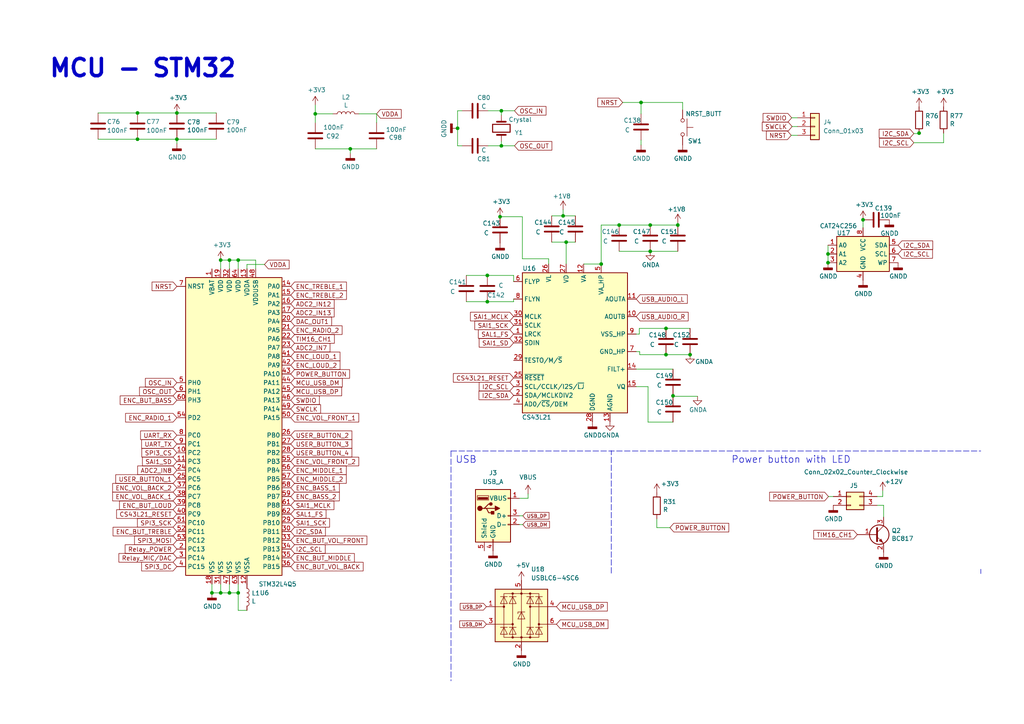
<source format=kicad_sch>
(kicad_sch (version 20211123) (generator eeschema)
  (paper "A4")
  (lib_symbols
    (symbol "Audio:CS43L21"
      (property "Reference" "U" (at 12.7 24.13 0))
      (property "Value" "CS43L21" (at 12.7 21.59 0))
      (symbol "CS43L21_0_1"
        (rectangle (start -15.24 20.32) (end 15.24 -20.32) (stroke (width 0.254)) (fill (type background)))
      )
      (symbol "CS43L21_1_1"
        (pin bidirectional line (at -17.78 2.54 0) (length 2.54) (name "LRCK") (number "1"))
        (pin output line (at 17.78 7.62 180) (length 2.54) (name "AOUTB") (number "10"))
        (pin output line (at 17.78 12.7 180) (length 2.54) (name "AOUTA") (number "11"))
        (pin input line (at 2.54 22.86 270) (length 2.54) (name "VA") (number "12"))
        (pin power_in line (at 10.16 -22.86 90) (length 2.54) (name "AGND") (number "13"))
        (pin output line (at 17.78 -7.62 180) (length 2.54) (name "FILT+") (number "14"))
        (pin output line (at 17.78 -12.7 180) (length 2.54) (name "VQ") (number "15"))
        (pin no_connect line (at -12.7 -20.32 90) (length 2.54) hide (name "NIC") (number "16"))
        (pin no_connect line (at -10.16 -20.32 90) (length 2.54) hide (name "TSTO") (number "17"))
        (pin no_connect line (at -7.62 -20.32 90) (length 2.54) hide (name "TSTO") (number "18"))
        (pin no_connect line (at -5.08 -20.32 90) (length 2.54) hide (name "TSTO") (number "19"))
        (pin bidirectional line (at -17.78 -15.24 0) (length 2.54) (name "SDA/MCLKDIV2") (number "2"))
        (pin no_connect line (at -2.54 -20.32 90) (length 2.54) hide (name "TSTO") (number "20"))
        (pin no_connect line (at 0 -20.32 90) (length 2.54) hide (name "TSTO") (number "21"))
        (pin no_connect line (at 2.54 -20.32 90) (length 2.54) hide (name "TSTO") (number "22"))
        (pin no_connect line (at 7.62 -20.32 90) (length 2.54) hide (name "TSTO") (number "23"))
        (pin no_connect line (at 12.7 -20.32 90) (length 2.54) hide (name "TSTO") (number "24"))
        (pin input line (at -17.78 -10.16 0) (length 2.54) (name "~{RESET}") (number "25"))
        (pin input line (at -7.62 22.86 270) (length 2.54) (name "VL") (number "26"))
        (pin power_in line (at -2.54 22.86 270) (length 2.54) (name "VD") (number "27"))
        (pin power_in line (at 5.08 -22.86 90) (length 2.54) (name "DGND") (number "28"))
        (pin input line (at -17.78 -5.08 0) (length 2.54) (name "TESTO/M/~{S}") (number "29"))
        (pin input line (at -17.78 -12.7 0) (length 2.54) (name "SCL/CCLK/I2S/~{LJ}") (number "3"))
        (pin input line (at -17.78 7.62 0) (length 2.54) (name "MCLK") (number "30"))
        (pin input line (at -17.78 5.08 0) (length 2.54) (name "SCLK") (number "31"))
        (pin input line (at -17.78 0 0) (length 2.54) (name "SDIN") (number "32"))
        (pin passive line (at 10.16 -22.86 90) (length 2.54) hide (name "AGND") (number "33"))
        (pin input line (at -17.78 -17.78 0) (length 2.54) (name "AD0/~{CS}/DEM") (number "4"))
        (pin input line (at 7.62 22.86 270) (length 2.54) (name "VA_HP") (number "5"))
        (pin input line (at -17.78 17.78 0) (length 2.54) (name "FLYP") (number "6"))
        (pin input line (at 17.78 -2.54 180) (length 2.54) (name "GND_HP") (number "7"))
        (pin input line (at -17.78 12.7 0) (length 2.54) (name "FLYN") (number "8"))
        (pin output line (at 17.78 2.54 180) (length 2.54) (name "VSS_HP") (number "9"))
      )
    )
    (symbol "Connector:USB_A" (pin_names (offset 1.016))
      (property "Reference" "J" (at -5.08 11.43 0))
      (property "Value" "USB_A" (at -5.08 8.89 0))
      (symbol "USB_A_0_1"
        (rectangle (start -5.08 -7.62) (end 5.08 7.62) (stroke (width 0.254)) (fill (type background)))
        (circle (center -3.81 2.159) (radius 0.635) (stroke (width 0.254)) (fill (type outline)))
        (rectangle (start -1.524 4.826) (end -4.318 5.334) (fill (type outline)))
        (rectangle (start -1.27 4.572) (end -4.572 5.842))
        (circle (center -0.635 3.429) (radius 0.381) (stroke (width 0.254)) (fill (type outline)))
        (rectangle (start -0.127 -7.62) (end 0.127 -6.858))
        (polyline (pts (xy -3.175 2.159) (xy -2.54 2.159) (xy -1.27 3.429) (xy -0.635 3.429)) (stroke (width 0.254)))
        (polyline (pts (xy -2.54 2.159) (xy -1.905 2.159) (xy -1.27 0.889) (xy 0 0.889)) (stroke (width 0.254)))
        (polyline (pts (xy 0.635 2.794) (xy 0.635 1.524) (xy 1.905 2.159) (xy 0.635 2.794)) (stroke (width 0.254)) (fill (type outline)))
        (rectangle (start 0.254 1.27) (end -0.508 0.508) (stroke (width 0.254)) (fill (type outline)))
        (rectangle (start 5.08 -2.667) (end 4.318 -2.413))
        (rectangle (start 5.08 -0.127) (end 4.318 0.127))
        (rectangle (start 5.08 4.953) (end 4.318 5.207))
      )
      (symbol "USB_A_1_1"
        (polyline (pts (xy -1.905 2.159) (xy 0.635 2.159)) (stroke (width 0.254)))
        (pin power_in line (at 7.62 5.08 180) (length 2.54) (name "VBUS") (number "1"))
        (pin bidirectional line (at 7.62 -2.54 180) (length 2.54) (name "D-") (number "2"))
        (pin bidirectional line (at 7.62 0 180) (length 2.54) (name "D+") (number "3"))
        (pin power_in line (at 0 -10.16 90) (length 2.54) (name "GND") (number "4"))
        (pin passive line (at -2.54 -10.16 90) (length 2.54) (name "Shield") (number "5"))
      )
    )
    (symbol "Connector_Generic:Conn_01x03" (pin_names (offset 1.016) hide)
      (property "Reference" "J" (at 0 5.08 0))
      (property "Value" "Conn_01x03" (at 0 -5.08 0))
      (symbol "Conn_01x03_1_1"
        (rectangle (start -1.27 -2.413) (end 0 -2.667) (stroke (width 0.1524)))
        (rectangle (start -1.27 0.127) (end 0 -0.127) (stroke (width 0.1524)))
        (rectangle (start -1.27 2.667) (end 0 2.413) (stroke (width 0.1524)))
        (rectangle (start -1.27 3.81) (end 1.27 -3.81) (stroke (width 0.254)) (fill (type background)))
        (pin passive line (at -5.08 2.54 0) (length 3.81) (name "Pin_1") (number "1"))
        (pin passive line (at -5.08 0 0) (length 3.81) (name "Pin_2") (number "2"))
        (pin passive line (at -5.08 -2.54 0) (length 3.81) (name "Pin_3") (number "3"))
      )
    )
    (symbol "Connector_Generic:Conn_02x02_Counter_Clockwise" (pin_names (offset 1.016) hide)
      (property "Reference" "J" (at 1.27 2.54 0))
      (property "Value" "Conn_02x02_Counter_Clockwise" (at 1.27 -5.08 0))
      (symbol "Conn_02x02_Counter_Clockwise_1_1"
        (rectangle (start -1.27 -2.413) (end 0 -2.667) (stroke (width 0.1524)))
        (rectangle (start -1.27 0.127) (end 0 -0.127) (stroke (width 0.1524)))
        (rectangle (start -1.27 1.27) (end 3.81 -3.81) (stroke (width 0.254)) (fill (type background)))
        (rectangle (start 3.81 -2.413) (end 2.54 -2.667) (stroke (width 0.1524)))
        (rectangle (start 3.81 0.127) (end 2.54 -0.127) (stroke (width 0.1524)))
        (pin passive line (at -5.08 0 0) (length 3.81) (name "Pin_1") (number "1"))
        (pin passive line (at -5.08 -2.54 0) (length 3.81) (name "Pin_2") (number "2"))
        (pin passive line (at 7.62 -2.54 180) (length 3.81) (name "Pin_3") (number "3"))
        (pin passive line (at 7.62 0 180) (length 3.81) (name "Pin_4") (number "4"))
      )
    )
    (symbol "Device:C" (pin_numbers hide) (pin_names (offset 0.254))
      (property "Reference" "C" (at 0.635 2.54 0))
      (property "Value" "C" (at 0.635 -2.54 0))
      (symbol "C_0_1"
        (polyline (pts (xy -2.032 -0.762) (xy 2.032 -0.762)) (stroke (width 0.508)))
        (polyline (pts (xy -2.032 0.762) (xy 2.032 0.762)) (stroke (width 0.508)))
      )
      (symbol "C_1_1"
        (pin passive line (at 0 3.81 270) (length 2.794) (name "~") (number "1"))
        (pin passive line (at 0 -3.81 90) (length 2.794) (name "~") (number "2"))
      )
    )
    (symbol "Device:Crystal" (pin_numbers hide) (pin_names (offset 1.016) hide)
      (property "Reference" "Y" (at 0 3.81 0))
      (property "Value" "Crystal" (at 0 -3.81 0))
      (symbol "Crystal_0_1"
        (rectangle (start -1.143 2.54) (end 1.143 -2.54) (stroke (width 0.3048)))
        (polyline (pts (xy -2.54 0) (xy -1.905 0)))
        (polyline (pts (xy -1.905 -1.27) (xy -1.905 1.27)) (stroke (width 0.508)))
        (polyline (pts (xy 1.905 -1.27) (xy 1.905 1.27)) (stroke (width 0.508)))
        (polyline (pts (xy 2.54 0) (xy 1.905 0)))
      )
      (symbol "Crystal_1_1"
        (pin passive line (at -3.81 0 0) (length 1.27) (name "1") (number "1"))
        (pin passive line (at 3.81 0 180) (length 1.27) (name "2") (number "2"))
      )
    )
    (symbol "Device:L" (pin_numbers hide) (pin_names (offset 1.016) hide)
      (property "Reference" "L" (at -1.27 0 90))
      (property "Value" "L" (at 1.905 0 90))
      (symbol "L_0_1"
        (arc (start 0 -2.54) (mid 0.635 -1.905) (end 0 -1.27))
        (arc (start 0 -1.27) (mid 0.635 -0.635) (end 0 0))
        (arc (start 0 0) (mid 0.635 0.635) (end 0 1.27))
        (arc (start 0 1.27) (mid 0.635 1.905) (end 0 2.54))
      )
      (symbol "L_1_1"
        (pin passive line (at 0 3.81 270) (length 1.27) (name "1") (number "1"))
        (pin passive line (at 0 -3.81 90) (length 1.27) (name "2") (number "2"))
      )
    )
    (symbol "Device:R" (pin_numbers hide) (pin_names (offset 0))
      (property "Reference" "R" (at 2.032 0 90))
      (property "Value" "R" (at 0 0 90))
      (symbol "R_0_1"
        (rectangle (start -1.016 -2.54) (end 1.016 2.54) (stroke (width 0.254)))
      )
      (symbol "R_1_1"
        (pin passive line (at 0 3.81 270) (length 1.27) (name "~") (number "1"))
        (pin passive line (at 0 -3.81 90) (length 1.27) (name "~") (number "2"))
      )
    )
    (symbol "Electronic_stethoscope-cache:+3.3V" (power) (pin_names (offset 0))
      (property "Value" "Electronic_stethoscope-cache_+3.3V" (at 0 3.556 0))
      (symbol "+3.3V_0_1"
        (polyline (pts (xy -0.762 1.27) (xy 0 2.54)))
        (polyline (pts (xy 0 0) (xy 0 2.54)))
        (polyline (pts (xy 0 2.54) (xy 0.762 1.27)))
      )
      (symbol "+3.3V_1_1"
        (pin power_in line (at 0 0 90) (length 0) hide (name "+3V3") (number "1"))
      )
    )
    (symbol "Electronic_stethoscope-cache:Transistor_BJT_BC817" (pin_names (offset 0) hide)
      (property "Reference" "Q" (at 5.08 1.905 0))
      (property "Value" "Electronic_stethoscope-cache_Transistor_BJT_BC817" (at 5.08 0 0))
      (symbol "Transistor_BJT_BC817_0_1"
        (polyline (pts (xy 0.635 0.635) (xy 2.54 2.54)))
        (polyline (pts (xy 0.635 -0.635) (xy 2.54 -2.54) (xy 2.54 -2.54)))
        (polyline (pts (xy 0.635 1.905) (xy 0.635 -1.905) (xy 0.635 -1.905)) (stroke (width 0.508)))
        (polyline (pts (xy 1.27 -1.778) (xy 1.778 -1.27) (xy 2.286 -2.286) (xy 1.27 -1.778) (xy 1.27 -1.778)) (fill (type outline)))
        (circle (center 1.27 0) (radius 2.8194) (stroke (width 0.254)))
      )
      (symbol "Transistor_BJT_BC817_1_1"
        (pin input line (at -5.08 0 0) (length 5.715) (name "B") (number "1"))
        (pin passive line (at 2.54 -5.08 90) (length 2.54) (name "E") (number "2"))
        (pin passive line (at 2.54 5.08 270) (length 2.54) (name "C") (number "3"))
      )
    )
    (symbol "MCU_ST_STM32L4:STM32L4A6RGTx"
      (property "Reference" "U" (at -15.24 44.45 0))
      (property "Value" "STM32L4A6RGTx" (at 7.62 44.45 0))
      (symbol "STM32L4A6RGTx_0_1"
        (rectangle (start -15.24 -43.18) (end 12.7 43.18) (stroke (width 0.254)) (fill (type background)))
      )
      (symbol "STM32L4A6RGTx_1_1"
        (pin power_in line (at -7.62 45.72 270) (length 2.54) (name "VBAT") (number "1"))
        (pin bidirectional line (at -17.78 -7.62 0) (length 2.54) (name "PC2") (number "10"))
        (pin bidirectional line (at -17.78 -10.16 0) (length 2.54) (name "PC3") (number "11"))
        (pin power_in line (at 2.54 -45.72 90) (length 2.54) (name "VSSA") (number "12"))
        (pin power_in line (at 2.54 45.72 270) (length 2.54) (name "VDDA") (number "13"))
        (pin bidirectional line (at 15.24 40.64 180) (length 2.54) (name "PA0") (number "14"))
        (pin bidirectional line (at 15.24 38.1 180) (length 2.54) (name "PA1") (number "15"))
        (pin bidirectional line (at 15.24 35.56 180) (length 2.54) (name "PA2") (number "16"))
        (pin bidirectional line (at 15.24 33.02 180) (length 2.54) (name "PA3") (number "17"))
        (pin power_in line (at -7.62 -45.72 90) (length 2.54) (name "VSS") (number "18"))
        (pin power_in line (at -5.08 45.72 270) (length 2.54) (name "VDD") (number "19"))
        (pin bidirectional line (at -17.78 -35.56 0) (length 2.54) (name "PC13") (number "2"))
        (pin bidirectional line (at 15.24 30.48 180) (length 2.54) (name "PA4") (number "20"))
        (pin bidirectional line (at 15.24 27.94 180) (length 2.54) (name "PA5") (number "21"))
        (pin bidirectional line (at 15.24 25.4 180) (length 2.54) (name "PA6") (number "22"))
        (pin bidirectional line (at 15.24 22.86 180) (length 2.54) (name "PA7") (number "23"))
        (pin bidirectional line (at -17.78 -12.7 0) (length 2.54) (name "PC4") (number "24"))
        (pin bidirectional line (at -17.78 -15.24 0) (length 2.54) (name "PC5") (number "25"))
        (pin bidirectional line (at 15.24 -2.54 180) (length 2.54) (name "PB0") (number "26"))
        (pin bidirectional line (at 15.24 -5.08 180) (length 2.54) (name "PB1") (number "27"))
        (pin bidirectional line (at 15.24 -7.62 180) (length 2.54) (name "PB2") (number "28"))
        (pin bidirectional line (at 15.24 -27.94 180) (length 2.54) (name "PB10") (number "29"))
        (pin bidirectional line (at -17.78 -38.1 0) (length 2.54) (name "PC14") (number "3"))
        (pin bidirectional line (at 15.24 -30.48 180) (length 2.54) (name "PB11") (number "30"))
        (pin power_in line (at -5.08 -45.72 90) (length 2.54) (name "VSS") (number "31"))
        (pin power_in line (at -2.54 45.72 270) (length 2.54) (name "VDD") (number "32"))
        (pin bidirectional line (at 15.24 -33.02 180) (length 2.54) (name "PB12") (number "33"))
        (pin bidirectional line (at 15.24 -35.56 180) (length 2.54) (name "PB13") (number "34"))
        (pin bidirectional line (at 15.24 -38.1 180) (length 2.54) (name "PB14") (number "35"))
        (pin bidirectional line (at 15.24 -40.64 180) (length 2.54) (name "PB15") (number "36"))
        (pin bidirectional line (at -17.78 -17.78 0) (length 2.54) (name "PC6") (number "37"))
        (pin bidirectional line (at -17.78 -20.32 0) (length 2.54) (name "PC7") (number "38"))
        (pin bidirectional line (at -17.78 -22.86 0) (length 2.54) (name "PC8") (number "39"))
        (pin bidirectional line (at -17.78 -40.64 0) (length 2.54) (name "PC15") (number "4"))
        (pin bidirectional line (at -17.78 -25.4 0) (length 2.54) (name "PC9") (number "40"))
        (pin bidirectional line (at 15.24 20.32 180) (length 2.54) (name "PA8") (number "41"))
        (pin bidirectional line (at 15.24 17.78 180) (length 2.54) (name "PA9") (number "42"))
        (pin bidirectional line (at 15.24 15.24 180) (length 2.54) (name "PA10") (number "43"))
        (pin bidirectional line (at 15.24 12.7 180) (length 2.54) (name "PA11") (number "44"))
        (pin bidirectional line (at 15.24 10.16 180) (length 2.54) (name "PA12") (number "45"))
        (pin bidirectional line (at 15.24 7.62 180) (length 2.54) (name "PA13") (number "46"))
        (pin power_in line (at -2.54 -45.72 90) (length 2.54) (name "VSS") (number "47"))
        (pin power_in line (at 5.08 45.72 270) (length 2.54) (name "VDDUSB") (number "48"))
        (pin bidirectional line (at 15.24 5.08 180) (length 2.54) (name "PA14") (number "49"))
        (pin input line (at -17.78 12.7 0) (length 2.54) (name "PH0") (number "5"))
        (pin bidirectional line (at 15.24 2.54 180) (length 2.54) (name "PA15") (number "50"))
        (pin bidirectional line (at -17.78 -27.94 0) (length 2.54) (name "PC10") (number "51"))
        (pin bidirectional line (at -17.78 -30.48 0) (length 2.54) (name "PC11") (number "52"))
        (pin bidirectional line (at -17.78 -33.02 0) (length 2.54) (name "PC12") (number "53"))
        (pin bidirectional line (at -17.78 2.54 0) (length 2.54) (name "PD2") (number "54"))
        (pin bidirectional line (at 15.24 -10.16 180) (length 2.54) (name "PB3") (number "55"))
        (pin bidirectional line (at 15.24 -12.7 180) (length 2.54) (name "PB4") (number "56"))
        (pin bidirectional line (at 15.24 -15.24 180) (length 2.54) (name "PB5") (number "57"))
        (pin bidirectional line (at 15.24 -17.78 180) (length 2.54) (name "PB6") (number "58"))
        (pin bidirectional line (at 15.24 -20.32 180) (length 2.54) (name "PB7") (number "59"))
        (pin input line (at -17.78 10.16 0) (length 2.54) (name "PH1") (number "6"))
        (pin bidirectional line (at -17.78 7.62 0) (length 2.54) (name "PH3") (number "60"))
        (pin bidirectional line (at 15.24 -22.86 180) (length 2.54) (name "PB8") (number "61"))
        (pin bidirectional line (at 15.24 -25.4 180) (length 2.54) (name "PB9") (number "62"))
        (pin power_in line (at 0 -45.72 90) (length 2.54) (name "VSS") (number "63"))
        (pin power_in line (at 0 45.72 270) (length 2.54) (name "VDD") (number "64"))
        (pin input line (at -17.78 40.64 0) (length 2.54) (name "NRST") (number "7"))
        (pin bidirectional line (at -17.78 -2.54 0) (length 2.54) (name "PC0") (number "8"))
        (pin bidirectional line (at -17.78 -5.08 0) (length 2.54) (name "PC1") (number "9"))
      )
    )
    (symbol "Memory_EEPROM:CAT24C256"
      (property "Reference" "U" (at -6.35 6.35 0))
      (property "Value" "CAT24C256" (at 1.27 6.35 0))
      (symbol "CAT24C256_1_1"
        (rectangle (start -7.62 5.08) (end 7.62 -5.08) (stroke (width 0.254)) (fill (type background)))
        (pin input line (at -10.16 2.54 0) (length 2.54) (name "A0") (number "1"))
        (pin input line (at -10.16 0 0) (length 2.54) (name "A1") (number "2"))
        (pin input line (at -10.16 -2.54 0) (length 2.54) (name "A2") (number "3"))
        (pin power_in line (at 0 -7.62 90) (length 2.54) (name "GND") (number "4"))
        (pin bidirectional line (at 10.16 2.54 180) (length 2.54) (name "SDA") (number "5"))
        (pin input line (at 10.16 0 180) (length 2.54) (name "SCL") (number "6"))
        (pin input line (at 10.16 -2.54 180) (length 2.54) (name "WP") (number "7"))
        (pin power_in line (at 0 7.62 270) (length 2.54) (name "VCC") (number "8"))
      )
    )
    (symbol "Power_Protection:USBLC6-4SC6" (pin_names hide)
      (property "Reference" "U" (at 2.54 8.89 0))
      (property "Value" "USBLC6-4SC6" (at 2.54 -8.89 0))
      (symbol "USBLC6-4SC6_0_1"
        (rectangle (start -7.62 -7.62) (end 7.62 7.62) (stroke (width 0.254)) (fill (type background)))
        (circle (center -5.08 2.54) (radius 0.254) (fill (type outline)))
        (circle (center -2.54 -6.35) (radius 0.254) (fill (type outline)))
        (circle (center -2.54 -2.54) (radius 0.254) (fill (type outline)))
        (circle (center -2.54 6.35) (radius 0.254) (fill (type outline)))
        (rectangle (start -2.54 6.35) (end 2.54 -6.35))
        (circle (center 0 -6.35) (radius 0.254) (fill (type outline)))
        (polyline (pts (xy -5.08 2.54) (xy -7.62 2.54)))
        (polyline (pts (xy -4.064 -3.429) (xy -6.096 -3.429)))
        (polyline (pts (xy -4.064 5.461) (xy -6.096 5.461)))
        (polyline (pts (xy -2.54 -2.54) (xy -7.62 -2.54)))
        (polyline (pts (xy -1.524 -3.429) (xy -3.556 -3.429)))
        (polyline (pts (xy -1.524 5.461) (xy -3.556 5.461)))
        (polyline (pts (xy 0 -7.62) (xy 0 -6.35)))
        (polyline (pts (xy 0 -6.35) (xy 0 1.27)))
        (polyline (pts (xy 0 1.27) (xy 0 6.35)))
        (polyline (pts (xy 0 6.35) (xy 0 7.62)))
        (polyline (pts (xy 1.524 -3.429) (xy 3.556 -3.429)))
        (polyline (pts (xy 1.524 5.461) (xy 3.556 5.461)))
        (polyline (pts (xy 2.54 2.54) (xy 7.62 2.54)))
        (polyline (pts (xy 4.064 -3.429) (xy 6.096 -3.429)))
        (polyline (pts (xy 4.064 5.461) (xy 6.096 5.461)))
        (polyline (pts (xy 5.08 -2.54) (xy 7.62 -2.54)))
        (polyline (pts (xy -6.096 -5.461) (xy -4.064 -5.461) (xy -5.08 -3.429) (xy -6.096 -5.461)))
        (polyline (pts (xy -6.096 3.429) (xy -4.064 3.429) (xy -5.08 5.461) (xy -6.096 3.429)))
        (polyline (pts (xy -3.556 -5.461) (xy -1.524 -5.461) (xy -2.54 -3.429) (xy -3.556 -5.461)))
        (polyline (pts (xy -3.556 3.429) (xy -1.524 3.429) (xy -2.54 5.461) (xy -3.556 3.429)))
        (polyline (pts (xy -2.54 6.35) (xy -5.08 6.35) (xy -5.08 -6.35) (xy -2.54 -6.35)))
        (polyline (pts (xy -1.016 -1.016) (xy 1.016 -1.016) (xy 0 1.016) (xy -1.016 -1.016)))
        (polyline (pts (xy 1.016 1.016) (xy 0.762 1.016) (xy -1.016 1.016) (xy -1.016 0.508)))
        (polyline (pts (xy 2.54 6.35) (xy 5.08 6.35) (xy 5.08 -6.35) (xy 2.54 -6.35)))
        (polyline (pts (xy 3.556 -5.461) (xy 1.524 -5.461) (xy 2.54 -3.429) (xy 3.556 -5.461)))
        (polyline (pts (xy 3.556 3.429) (xy 1.524 3.429) (xy 2.54 5.461) (xy 3.556 3.429)))
        (polyline (pts (xy 6.096 -5.461) (xy 4.064 -5.461) (xy 5.08 -3.429) (xy 6.096 -5.461)))
        (polyline (pts (xy 6.096 3.429) (xy 4.064 3.429) (xy 5.08 5.461) (xy 6.096 3.429)))
        (circle (center 0 6.35) (radius 0.254) (fill (type outline)))
        (circle (center 2.54 -6.35) (radius 0.254) (fill (type outline)))
        (circle (center 2.54 2.54) (radius 0.254) (fill (type outline)))
        (circle (center 2.54 6.35) (radius 0.254) (fill (type outline)))
        (circle (center 5.08 -2.54) (radius 0.254) (fill (type outline)))
      )
      (symbol "USBLC6-4SC6_1_1"
        (pin passive line (at -10.16 2.54 0) (length 2.54) (name "I/O1") (number "1"))
        (pin passive line (at 0 -10.16 90) (length 2.54) (name "GND") (number "2"))
        (pin passive line (at -10.16 -2.54 0) (length 2.54) (name "I/O2") (number "3"))
        (pin passive line (at 10.16 2.54 180) (length 2.54) (name "I/O3") (number "4"))
        (pin passive line (at 0 10.16 270) (length 2.54) (name "VBUS") (number "5"))
        (pin passive line (at 10.16 -2.54 180) (length 2.54) (name "I/O4") (number "6"))
      )
    )
    (symbol "Switch:SW_Push" (pin_numbers hide) (pin_names (offset 1.016) hide)
      (property "Reference" "SW" (at 1.27 2.54 0))
      (property "Value" "SW_Push" (at 0 -1.524 0))
      (symbol "SW_Push_0_1"
        (circle (center -2.032 0) (radius 0.508))
        (polyline (pts (xy 0 1.27) (xy 0 3.048)))
        (polyline (pts (xy 2.54 1.27) (xy -2.54 1.27)))
        (circle (center 2.032 0) (radius 0.508))
        (pin passive line (at -5.08 0 0) (length 2.54) (name "1") (number "1"))
        (pin passive line (at 5.08 0 180) (length 2.54) (name "2") (number "2"))
      )
    )
    (symbol "power:+12V" (power) (pin_names (offset 0))
      (property "Value" "+12V" (at 0 3.556 0))
      (symbol "+12V_0_1"
        (polyline (pts (xy -0.762 1.27) (xy 0 2.54)))
        (polyline (pts (xy 0 0) (xy 0 2.54)))
        (polyline (pts (xy 0 2.54) (xy 0.762 1.27)))
      )
      (symbol "+12V_1_1"
        (pin power_in line (at 0 0 90) (length 0) hide (name "+12V") (number "1"))
      )
    )
    (symbol "power:+1V8" (power) (pin_names (offset 0))
      (property "Value" "+1V8" (at 0 3.556 0))
      (symbol "+1V8_0_1"
        (polyline (pts (xy -0.762 1.27) (xy 0 2.54)))
        (polyline (pts (xy 0 0) (xy 0 2.54)))
        (polyline (pts (xy 0 2.54) (xy 0.762 1.27)))
      )
      (symbol "+1V8_1_1"
        (pin power_in line (at 0 0 90) (length 0) hide (name "+1V8") (number "1"))
      )
    )
    (symbol "power:+5V" (power) (pin_names (offset 0))
      (property "Value" "+5V" (at 0 3.556 0))
      (symbol "+5V_0_1"
        (polyline (pts (xy -0.762 1.27) (xy 0 2.54)))
        (polyline (pts (xy 0 0) (xy 0 2.54)))
        (polyline (pts (xy 0 2.54) (xy 0.762 1.27)))
      )
      (symbol "+5V_1_1"
        (pin power_in line (at 0 0 90) (length 0) hide (name "+5V") (number "1"))
      )
    )
    (symbol "power:GNDA" (power) (pin_names (offset 0))
      (property "Value" "GNDA" (at 0 -3.81 0))
      (symbol "GNDA_0_1"
        (polyline (pts (xy 0 0) (xy 0 -1.27) (xy 1.27 -1.27) (xy 0 -2.54) (xy -1.27 -1.27) (xy 0 -1.27)))
      )
      (symbol "GNDA_1_1"
        (pin power_in line (at 0 0 270) (length 0) hide (name "GNDA") (number "1"))
      )
    )
    (symbol "power:GNDD" (power) (pin_names (offset 0))
      (property "Value" "GNDD" (at 0 -3.175 0))
      (symbol "GNDD_0_1"
        (rectangle (start -1.27 -1.524) (end 1.27 -2.032) (stroke (width 0.254)) (fill (type outline)))
        (polyline (pts (xy 0 0) (xy 0 -1.524)))
      )
      (symbol "GNDD_1_1"
        (pin power_in line (at 0 0 270) (length 0) hide (name "GNDD") (number "1"))
      )
    )
    (symbol "power:VBUS" (power) (pin_names (offset 0))
      (property "Value" "VBUS" (at 0 3.81 0))
      (symbol "VBUS_0_1"
        (polyline (pts (xy -0.762 1.27) (xy 0 2.54)))
        (polyline (pts (xy 0 0) (xy 0 2.54)))
        (polyline (pts (xy 0 2.54) (xy 0.762 1.27)))
      )
      (symbol "VBUS_1_1"
        (pin power_in line (at 0 0 90) (length 0) hide (name "VBUS") (number "1"))
      )
    )
  )
  (junction (at 250.317 63.754))
  (junction (at 266.573 38.608))
  (junction (at 193.167 95.25))
  (junction (at 145.034 62.865))
  (junction (at 163.322 62.611))
  (junction (at 174.371 76.581))
  (junction (at 179.578 65.278))
  (junction (at 185.928 29.718))
  (junction (at 240.157 73.66))
  (junction (at 141.351 87.503))
  (junction (at 69.088 171.958))
  (junction (at 188.595 72.898))
  (junction (at 64.008 75.438))
  (junction (at 195.199 114.808))
  (junction (at 69.088 75.438))
  (junction (at 164.211 70.231))
  (junction (at 66.548 75.438))
  (junction (at 188.595 65.278))
  (junction (at 39.878 32.766))
  (junction (at 145.415 42.291))
  (junction (at 200.152 102.87))
  (junction (at 193.167 102.87))
  (junction (at 66.548 171.958))
  (junction (at 145.415 32.131))
  (junction (at 39.878 40.386))
  (junction (at 101.6 43.18))
  (junction (at 51.308 40.386))
  (junction (at 64.008 171.958))
  (junction (at 132.715 37.211))
  (junction (at 141.351 79.883))
  (junction (at 61.468 171.958))
  (junction (at 91.44 33.02))
  (junction (at 240.157 76.2))
  (junction (at 196.596 65.278))
  (junction (at 51.308 32.766))
  (wire (pts (xy 69.088 171.958) (xy 66.548 171.958)))
  (wire (pts (xy 74.168 77.978) (xy 74.168 75.438)))
  (wire (pts (xy 179.578 72.898) (xy 188.595 72.898)))
  (wire (pts (xy 135.255 79.883) (xy 141.351 79.883)))
  (wire (pts (xy 28.448 32.766) (xy 39.878 32.766)))
  (wire (pts (xy 101.6 43.18) (xy 109.22 43.18)))
  (polyline (pts (xy 177.292 166.243) (xy 177.292 130.683)))
  (wire (pts (xy 109.22 35.56) (xy 109.22 33.02)))
  (wire (pts (xy 240.284 144.018) (xy 241.681 144.018)))
  (wire (pts (xy 145.415 42.291) (xy 149.225 42.291)))
  (wire (pts (xy 145.415 32.131) (xy 149.225 32.131)))
  (wire (pts (xy 148.971 86.741) (xy 148.971 87.503)))
  (wire (pts (xy 229.743 36.703) (xy 231.267 36.703)))
  (wire (pts (xy 66.548 169.418) (xy 66.548 171.958)))
  (wire (pts (xy 196.596 64.643) (xy 196.596 65.278)))
  (wire (pts (xy 159.131 75.057) (xy 159.131 76.581)))
  (wire (pts (xy 179.578 65.278) (xy 188.595 65.278)))
  (wire (pts (xy 160.02 70.231) (xy 164.211 70.231)))
  (wire (pts (xy 145.415 42.291) (xy 145.415 41.021)))
  (wire (pts (xy 101.6 44.45) (xy 101.6 43.18)))
  (wire (pts (xy 69.088 75.438) (xy 74.168 75.438)))
  (wire (pts (xy 193.167 95.25) (xy 200.152 95.25)))
  (wire (pts (xy 164.211 70.231) (xy 164.211 76.581)))
  (wire (pts (xy 185.547 101.981) (xy 185.547 102.87)))
  (wire (pts (xy 188.595 72.898) (xy 196.596 72.898)))
  (wire (pts (xy 64.008 171.958) (xy 61.468 171.958)))
  (wire (pts (xy 179.578 65.278) (xy 174.371 65.278)))
  (wire (pts (xy 132.715 42.291) (xy 132.715 37.211)))
  (wire (pts (xy 229.489 39.243) (xy 231.267 39.243)))
  (wire (pts (xy 174.371 65.278) (xy 174.371 76.581)))
  (wire (pts (xy 69.088 75.438) (xy 66.548 75.438)))
  (wire (pts (xy 187.96 112.141) (xy 187.96 122.428)))
  (wire (pts (xy 256.032 144.018) (xy 256.032 142.367)))
  (wire (pts (xy 132.715 32.131) (xy 133.985 32.131)))
  (wire (pts (xy 273.685 41.402) (xy 273.685 38.608)))
  (wire (pts (xy 91.44 35.56) (xy 91.44 33.02)))
  (wire (pts (xy 185.42 96.901) (xy 185.42 95.25)))
  (wire (pts (xy 141.351 79.883) (xy 148.971 79.883)))
  (wire (pts (xy 76.708 76.708) (xy 71.628 76.708)))
  (wire (pts (xy 39.878 32.766) (xy 51.308 32.766)))
  (wire (pts (xy 197.993 29.718) (xy 197.993 31.877)))
  (wire (pts (xy 256.286 146.558) (xy 256.286 149.987)))
  (wire (pts (xy 185.928 42.037) (xy 185.928 40.64)))
  (wire (pts (xy 188.595 65.278) (xy 196.596 65.278)))
  (wire (pts (xy 169.291 76.581) (xy 174.371 76.581)))
  (polyline (pts (xy 284.48 166.37) (xy 284.48 165.1)))
  (wire (pts (xy 240.157 73.66) (xy 240.157 76.2)))
  (wire (pts (xy 51.308 40.386) (xy 62.738 40.386)))
  (wire (pts (xy 184.531 107.061) (xy 195.199 107.061)))
  (wire (pts (xy 265.049 38.735) (xy 266.573 38.735)))
  (wire (pts (xy 61.468 171.958) (xy 61.468 169.418)))
  (wire (pts (xy 66.548 77.978) (xy 66.548 75.438)))
  (wire (pts (xy 163.322 60.833) (xy 163.322 62.611)))
  (wire (pts (xy 185.42 95.25) (xy 193.167 95.25)))
  (wire (pts (xy 141.605 42.291) (xy 145.415 42.291)))
  (wire (pts (xy 184.531 112.141) (xy 187.96 112.141)))
  (wire (pts (xy 180.594 29.718) (xy 185.928 29.718)))
  (wire (pts (xy 145.415 32.131) (xy 145.415 33.401)))
  (wire (pts (xy 148.971 79.883) (xy 148.971 81.661)))
  (wire (pts (xy 150.622 152.146) (xy 151.638 152.146)))
  (wire (pts (xy 39.878 40.386) (xy 51.308 40.386)))
  (wire (pts (xy 151.511 62.865) (xy 151.511 75.057)))
  (wire (pts (xy 185.928 33.02) (xy 185.928 29.718)))
  (wire (pts (xy 148.971 87.503) (xy 141.351 87.503)))
  (polyline (pts (xy 130.81 130.81) (xy 130.81 197.485)))
  (wire (pts (xy 51.308 32.766) (xy 62.738 32.766)))
  (wire (pts (xy 195.199 114.935) (xy 195.199 114.808)))
  (wire (pts (xy 254.381 144.018) (xy 256.032 144.018)))
  (wire (pts (xy 166.878 62.611) (xy 163.322 62.611)))
  (wire (pts (xy 133.985 42.291) (xy 132.715 42.291)))
  (wire (pts (xy 150.622 144.526) (xy 153.162 144.526)))
  (wire (pts (xy 190.5 153.035) (xy 190.5 150.495)))
  (wire (pts (xy 96.52 33.02) (xy 91.44 33.02)))
  (wire (pts (xy 202.311 114.935) (xy 195.199 114.935)))
  (wire (pts (xy 185.547 102.87) (xy 193.167 102.87)))
  (wire (pts (xy 69.088 177.038) (xy 69.088 171.958)))
  (wire (pts (xy 266.573 38.735) (xy 266.573 38.608)))
  (wire (pts (xy 141.605 32.131) (xy 145.415 32.131)))
  (wire (pts (xy 109.22 33.02) (xy 104.14 33.02)))
  (wire (pts (xy 193.167 102.87) (xy 200.152 102.87)))
  (wire (pts (xy 240.157 71.12) (xy 240.157 73.66)))
  (wire (pts (xy 51.308 41.656) (xy 51.308 40.386)))
  (wire (pts (xy 66.548 75.438) (xy 64.008 75.438)))
  (wire (pts (xy 151.511 75.057) (xy 159.131 75.057)))
  (wire (pts (xy 64.008 75.438) (xy 64.008 77.978)))
  (wire (pts (xy 185.928 29.718) (xy 197.993 29.718)))
  (wire (pts (xy 135.255 87.503) (xy 141.351 87.503)))
  (polyline (pts (xy 130.81 130.81) (xy 284.48 130.81)))
  (wire (pts (xy 69.088 77.978) (xy 69.088 75.438)))
  (wire (pts (xy 164.211 70.231) (xy 166.878 70.231)))
  (wire (pts (xy 145.034 62.865) (xy 151.511 62.865)))
  (wire (pts (xy 184.531 101.981) (xy 185.547 101.981)))
  (wire (pts (xy 195.199 114.808) (xy 195.199 114.681)))
  (wire (pts (xy 250.317 63.754) (xy 250.317 66.04)))
  (wire (pts (xy 229.616 34.163) (xy 231.267 34.163)))
  (wire (pts (xy 64.008 169.418) (xy 64.008 171.958)))
  (wire (pts (xy 91.44 33.02) (xy 91.44 30.48)))
  (wire (pts (xy 91.44 43.18) (xy 101.6 43.18)))
  (wire (pts (xy 150.622 149.606) (xy 151.638 149.606)))
  (wire (pts (xy 265.049 41.402) (xy 273.685 41.402)))
  (wire (pts (xy 69.088 169.418) (xy 69.088 171.958)))
  (wire (pts (xy 153.162 144.526) (xy 153.162 143.256)))
  (wire (pts (xy 71.628 177.038) (xy 69.088 177.038)))
  (wire (pts (xy 187.96 122.428) (xy 195.199 122.428)))
  (wire (pts (xy 28.448 40.386) (xy 39.878 40.386)))
  (wire (pts (xy 160.02 62.611) (xy 163.322 62.611)))
  (wire (pts (xy 132.715 37.211) (xy 132.715 32.131)))
  (wire (pts (xy 254.381 146.558) (xy 256.286 146.558)))
  (wire (pts (xy 194.31 153.035) (xy 190.5 153.035)))
  (wire (pts (xy 71.628 76.708) (xy 71.628 77.978)))
  (wire (pts (xy 184.531 96.901) (xy 185.42 96.901)))
  (wire (pts (xy 66.548 171.958) (xy 64.008 171.958)))
  (text "MCU - STM32\n" (at 13.97 22.86 0) (effects (font (size 5.0038 5.0038) (thickness 1.0008) bold) (justify left bottom)))
  (text "USB" (at 132.08 134.62 0) (effects (font (size 2.0066 2.0066)) (justify left bottom)))
  (text "Power button with LED" (at 212.09 134.62 0) (effects (font (size 2.0066 2.0066)) (justify left bottom)))
  (global_label "SAI1_MCLK" (shape input) (at 148.971 91.821 180) (property "Intersheet References" "${INTERSHEET_REFS}" (effects hide)))
  (global_label "OSC_OUT" (shape input) (at 51.308 113.538 180) (property "Intersheet References" "${INTERSHEET_REFS}" (effects hide)))
  (global_label "ENC_BUT_BASS" (shape input) (at 51.308 116.078 180) (property "Intersheet References" "${INTERSHEET_REFS}" (effects hide)))
  (global_label "POWER_BUTTON" (shape input) (at 240.284 144.018 180) (property "Intersheet References" "${INTERSHEET_REFS}" (effects hide)))
  (global_label "POWER_BUTTON" (shape input) (at 194.31 153.035 0) (property "Intersheet References" "${INTERSHEET_REFS}" (effects hide)))
  (global_label "ENC_BASS_2" (shape input) (at 84.328 144.018 0) (property "Intersheet References" "${INTERSHEET_REFS}" (effects hide)))
  (global_label "MCU_USB_DP" (shape input) (at 84.328 113.538 0) (property "Intersheet References" "${INTERSHEET_REFS}" (effects hide)))
  (global_label "VDDA" (shape input) (at 76.708 76.708 0) (property "Intersheet References" "${INTERSHEET_REFS}" (effects hide)))
  (global_label "POWER_BUTTON" (shape input) (at 84.328 108.458 0) (property "Intersheet References" "${INTERSHEET_REFS}" (effects hide)))
  (global_label "ENC_BUT_TREBLE" (shape input) (at 51.308 154.178 180) (property "Intersheet References" "${INTERSHEET_REFS}" (effects hide)))
  (global_label "SWCLK" (shape input) (at 229.743 36.703 180) (property "Intersheet References" "${INTERSHEET_REFS}" (effects hide)))
  (global_label "I2C_SDA" (shape input) (at 260.477 71.12 0) (property "Intersheet References" "${INTERSHEET_REFS}" (effects hide)))
  (global_label "SPI3_CS" (shape input) (at 51.308 131.318 180) (property "Intersheet References" "${INTERSHEET_REFS}" (effects hide)))
  (global_label "TIM16_CH1" (shape input) (at 84.328 98.298 0) (property "Intersheet References" "${INTERSHEET_REFS}" (effects hide)))
  (global_label "ADC2_IN12" (shape input) (at 84.328 88.138 0) (property "Intersheet References" "${INTERSHEET_REFS}" (effects hide)))
  (global_label "SPI3_DC" (shape input) (at 51.308 164.338 180) (property "Intersheet References" "${INTERSHEET_REFS}" (effects hide)))
  (global_label "ENC_LOUD_1" (shape input) (at 84.328 103.378 0) (property "Intersheet References" "${INTERSHEET_REFS}" (effects hide)))
  (global_label "MCU_USB_DM" (shape input) (at 84.328 110.998 0) (property "Intersheet References" "${INTERSHEET_REFS}" (effects hide)))
  (global_label "USER_BUTTON_4" (shape input) (at 84.328 131.318 0) (property "Intersheet References" "${INTERSHEET_REFS}" (effects hide)))
  (global_label "ENC_RADIO_2" (shape input) (at 84.328 95.758 0) (property "Intersheet References" "${INTERSHEET_REFS}" (effects hide)))
  (global_label "SAI1_SD" (shape input) (at 51.308 133.858 180) (property "Intersheet References" "${INTERSHEET_REFS}" (effects hide)))
  (global_label "ENC_VOL_BACK_2" (shape input) (at 51.308 141.478 180) (property "Intersheet References" "${INTERSHEET_REFS}" (effects hide)))
  (global_label "I2C_SCL" (shape input) (at 148.971 112.141 180) (property "Intersheet References" "${INTERSHEET_REFS}" (effects hide)))
  (global_label "ENC_VOL_FRONT_1" (shape input) (at 84.328 121.158 0) (property "Intersheet References" "${INTERSHEET_REFS}" (effects hide)))
  (global_label "I2C_SCL" (shape input) (at 260.477 73.66 0) (property "Intersheet References" "${INTERSHEET_REFS}" (effects hide)))
  (global_label "ENC_BUT_LOUD" (shape input) (at 51.308 146.558 180) (property "Intersheet References" "${INTERSHEET_REFS}" (effects hide)))
  (global_label "ENC_RADIO_1" (shape input) (at 51.308 121.158 180) (property "Intersheet References" "${INTERSHEET_REFS}" (effects hide)))
  (global_label "MCU_USB_DM" (shape input) (at 161.3916 181.0512 0) (property "Intersheet References" "${INTERSHEET_REFS}" (effects hide)))
  (global_label "USB_DM" (shape input) (at 141.0716 181.0512 180) (effects (font (size 0.9906 0.9906))) (property "Intersheet References" "${INTERSHEET_REFS}" (effects hide)))
  (global_label "ENC_TREBLE_2" (shape input) (at 84.328 85.598 0) (property "Intersheet References" "${INTERSHEET_REFS}" (effects hide)))
  (global_label "NRST" (shape input) (at 180.594 29.718 180) (property "Intersheet References" "${INTERSHEET_REFS}" (effects hide)))
  (global_label "ADC2_IN13" (shape input) (at 84.328 90.678 0) (property "Intersheet References" "${INTERSHEET_REFS}" (effects hide)))
  (global_label "ENC_VOL_BACK_1" (shape input) (at 51.308 144.018 180) (property "Intersheet References" "${INTERSHEET_REFS}" (effects hide)))
  (global_label "USER_BUTTON_3" (shape input) (at 84.328 128.778 0) (property "Intersheet References" "${INTERSHEET_REFS}" (effects hide)))
  (global_label "ENC_VOL_FRONT_2" (shape input) (at 84.328 133.858 0) (property "Intersheet References" "${INTERSHEET_REFS}" (effects hide)))
  (global_label "MCU_USB_DP" (shape input) (at 161.3916 175.9712 0) (property "Intersheet References" "${INTERSHEET_REFS}" (effects hide)))
  (global_label "SWDIO" (shape input) (at 229.616 34.163 180) (property "Intersheet References" "${INTERSHEET_REFS}" (effects hide)))
  (global_label "I2C_SDA" (shape input) (at 265.049 38.735 180) (property "Intersheet References" "${INTERSHEET_REFS}" (effects hide)))
  (global_label "SAI1_SCK" (shape input) (at 148.971 94.361 180) (property "Intersheet References" "${INTERSHEET_REFS}" (effects hide)))
  (global_label "I2C_SCL" (shape input) (at 84.328 159.258 0) (property "Intersheet References" "${INTERSHEET_REFS}" (effects hide)))
  (global_label "USER_BUTTON_2" (shape input) (at 84.328 126.238 0) (property "Intersheet References" "${INTERSHEET_REFS}" (effects hide)))
  (global_label "Relay_POWER" (shape input) (at 51.308 159.258 180) (property "Intersheet References" "${INTERSHEET_REFS}" (effects hide)))
  (global_label "CS43L21_RESET" (shape input) (at 51.308 149.098 180) (property "Intersheet References" "${INTERSHEET_REFS}" (effects hide)))
  (global_label "SAI1_MCLK" (shape input) (at 84.328 146.558 0) (property "Intersheet References" "${INTERSHEET_REFS}" (effects hide)))
  (global_label "NRST" (shape input) (at 51.308 83.058 180) (property "Intersheet References" "${INTERSHEET_REFS}" (effects hide)))
  (global_label "USB_AUDIO_R" (shape input) (at 184.531 91.821 0) (property "Intersheet References" "${INTERSHEET_REFS}" (effects hide)))
  (global_label "USB_DM" (shape input) (at 151.638 152.146 0) (effects (font (size 0.9906 0.9906))) (property "Intersheet References" "${INTERSHEET_REFS}" (effects hide)))
  (global_label "USER_BUTTON_1" (shape input) (at 51.308 138.938 180) (property "Intersheet References" "${INTERSHEET_REFS}" (effects hide)))
  (global_label "SAL1_FS" (shape input) (at 148.971 96.901 180) (property "Intersheet References" "${INTERSHEET_REFS}" (effects hide)))
  (global_label "I2C_SDA" (shape input) (at 84.328 154.178 0) (property "Intersheet References" "${INTERSHEET_REFS}" (effects hide)))
  (global_label "ADC2_IN7" (shape input) (at 84.328 100.838 0) (property "Intersheet References" "${INTERSHEET_REFS}" (effects hide)))
  (global_label "ADC2_IN8" (shape input) (at 51.308 136.398 180) (property "Intersheet References" "${INTERSHEET_REFS}" (effects hide)))
  (global_label "USB_AUDIO_L" (shape input) (at 184.531 86.741 0) (property "Intersheet References" "${INTERSHEET_REFS}" (effects hide)))
  (global_label "SAI1_SD" (shape input) (at 148.971 99.441 180) (property "Intersheet References" "${INTERSHEET_REFS}" (effects hide)))
  (global_label "SAI1_SCK" (shape input) (at 84.328 151.638 0) (property "Intersheet References" "${INTERSHEET_REFS}" (effects hide)))
  (global_label "NRST" (shape input) (at 229.489 39.243 180) (property "Intersheet References" "${INTERSHEET_REFS}" (effects hide)))
  (global_label "USB_DP" (shape input) (at 151.638 149.606 0) (effects (font (size 0.9906 0.9906))) (property "Intersheet References" "${INTERSHEET_REFS}" (effects hide)))
  (global_label "TIM16_CH1" (shape input) (at 248.666 155.067 180) (property "Intersheet References" "${INTERSHEET_REFS}" (effects hide)))
  (global_label "OSC_IN" (shape input) (at 149.225 32.131 0) (property "Intersheet References" "${INTERSHEET_REFS}" (effects hide)))
  (global_label "UART_TX" (shape input) (at 51.308 128.778 180) (property "Intersheet References" "${INTERSHEET_REFS}" (effects hide)))
  (global_label "ENC_LOUD_2" (shape input) (at 84.328 105.918 0) (property "Intersheet References" "${INTERSHEET_REFS}" (effects hide)))
  (global_label "ENC_BUT_VOL_BACK" (shape input) (at 84.328 164.338 0) (property "Intersheet References" "${INTERSHEET_REFS}" (effects hide)))
  (global_label "SAL1_FS" (shape input) (at 84.328 149.098 0) (property "Intersheet References" "${INTERSHEET_REFS}" (effects hide)))
  (global_label "SPI3_MOSI" (shape input) (at 51.308 156.718 180) (property "Intersheet References" "${INTERSHEET_REFS}" (effects hide)))
  (global_label "SWCLK" (shape input) (at 84.328 118.618 0) (property "Intersheet References" "${INTERSHEET_REFS}" (effects hide)))
  (global_label "OSC_OUT" (shape input) (at 149.225 42.291 0) (property "Intersheet References" "${INTERSHEET_REFS}" (effects hide)))
  (global_label "ENC_MIDDLE_1" (shape input) (at 84.328 136.398 0) (property "Intersheet References" "${INTERSHEET_REFS}" (effects hide)))
  (global_label "ENC_BUT_VOL_FRONT" (shape input) (at 84.328 156.718 0) (property "Intersheet References" "${INTERSHEET_REFS}" (effects hide)))
  (global_label "USB_DP" (shape input) (at 141.0716 175.9712 180) (effects (font (size 0.9906 0.9906))) (property "Intersheet References" "${INTERSHEET_REFS}" (effects hide)))
  (global_label "VDDA" (shape input) (at 109.22 33.02 0) (property "Intersheet References" "${INTERSHEET_REFS}" (effects hide)))
  (global_label "SWDIO" (shape input) (at 84.328 116.078 0) (property "Intersheet References" "${INTERSHEET_REFS}" (effects hide)))
  (global_label "I2C_SCL" (shape input) (at 265.049 41.402 180) (property "Intersheet References" "${INTERSHEET_REFS}" (effects hide)))
  (global_label "ENC_BASS_1" (shape input) (at 84.328 141.478 0) (property "Intersheet References" "${INTERSHEET_REFS}" (effects hide)))
  (global_label "ENC_MIDDLE_2" (shape input) (at 84.328 138.938 0) (property "Intersheet References" "${INTERSHEET_REFS}" (effects hide)))
  (global_label "DAC_OUT1" (shape input) (at 84.328 93.218 0) (property "Intersheet References" "${INTERSHEET_REFS}" (effects hide)))
  (global_label "ENC_BUT_MIDDLE" (shape input) (at 84.328 161.798 0) (property "Intersheet References" "${INTERSHEET_REFS}" (effects hide)))
  (global_label "Relay_MIC{slash}DAC" (shape input) (at 51.308 161.798 180) (property "Intersheet References" "${INTERSHEET_REFS}" (effects hide)))
  (global_label "I2C_SDA" (shape input) (at 148.971 114.681 180) (property "Intersheet References" "${INTERSHEET_REFS}" (effects hide)))
  (global_label "CS43L21_RESET" (shape input) (at 148.971 109.601 180) (property "Intersheet References" "${INTERSHEET_REFS}" (effects hide)))
  (global_label "UART_RX" (shape input) (at 51.308 126.238 180) (property "Intersheet References" "${INTERSHEET_REFS}" (effects hide)))
  (global_label "SPI3_SCK" (shape input) (at 51.308 151.638 180) (property "Intersheet References" "${INTERSHEET_REFS}" (effects hide)))
  (global_label "OSC_IN" (shape input) (at 51.308 110.998 180) (property "Intersheet References" "${INTERSHEET_REFS}" (effects hide)))
  (global_label "ENC_TREBLE_1" (shape input) (at 84.328 83.058 0) (property "Intersheet References" "${INTERSHEET_REFS}" (effects hide)))
  (symbol (lib_id "MCU_ST_STM32L4:STM32L4A6RGTx") (at 69.088 123.698 0) (unit 1)
    (property "Reference" "U6" (at 76.708 171.958 0))
    (property "Value" "STM32L4Q5" (at 80.518 169.418 0))
    (property "Footprint" "Package_QFP:LQFP-64_10x10mm_P0.5mm" (effects hide))
    (property "Datasheet" "http://www.st.com/st-web-ui/static/active/en/resource/technical/document/datasheet/DM00284207.pdf" (effects hide))
  )
  (symbol (lib_id "Device:C") (at 28.448 36.576 0) (unit 1)
    (property "Reference" "C76" (at 30.988 35.306 0) (effects (justify left)))
    (property "Value" "100nF" (at 30.988 37.846 0) (effects (justify left)))
    (property "Footprint" "Capacitor_SMD:C_0805_2012Metric" (effects hide))
  )
  (symbol (lib_id "Device:C") (at 39.878 36.576 0) (unit 1)
    (property "Reference" "C77" (at 42.418 35.306 0) (effects (justify left)))
    (property "Value" "100nF" (at 42.418 37.846 0) (effects (justify left)))
    (property "Footprint" "Capacitor_SMD:C_0805_2012Metric" (effects hide))
  )
  (symbol (lib_id "Device:C") (at 51.308 36.576 0) (unit 1)
    (property "Reference" "C78" (at 54.229 35.4076 0) (effects (justify left)))
    (property "Value" "100nF" (at 54.229 37.719 0) (effects (justify left)))
    (property "Footprint" "Capacitor_SMD:C_0805_2012Metric" (effects hide))
  )
  (symbol (lib_id "Device:C") (at 62.738 36.576 0) (unit 1)
    (property "Reference" "C79" (at 65.659 35.4076 0) (effects (justify left)))
    (property "Value" "100nF" (at 65.659 37.719 0) (effects (justify left)))
    (property "Footprint" "Capacitor_SMD:C_0805_2012Metric" (effects hide))
  )
  (symbol (lib_id "Electronic_stethoscope-cache:+3.3V") (at 51.308 32.766 0) (unit 1)
    (property "Reference" "#PWR014" (effects hide))
    (property "Value" "+3.3V" (at 51.689 28.3718 0))
  )
  (symbol (lib_id "power:GNDD") (at 51.308 41.656 0) (unit 1)
    (property "Reference" "#PWR015" (effects hide))
    (property "Value" "GNDD" (at 51.4096 45.593 0))
  )
  (symbol (lib_id "Device:C") (at 91.44 39.37 180) (unit 1)
    (property "Reference" "C92" (at 96.52 39.497 0))
    (property "Value" "100nF" (at 96.774 36.957 0))
    (property "Footprint" "Capacitor_SMD:C_0805_2012Metric" (effects hide))
  )
  (symbol (lib_id "Device:C") (at 109.22 39.37 180) (unit 1)
    (property "Reference" "C98" (at 114.681 39.878 0))
    (property "Value" "100nF" (at 114.935 37.592 0))
    (property "Footprint" "Capacitor_SMD:C_0805_2012Metric" (effects hide))
  )
  (symbol (lib_id "Electronic_stethoscope-cache:+3.3V") (at 91.44 30.48 0) (unit 1)
    (property "Reference" "#PWR030" (effects hide))
    (property "Value" "+3.3V" (at 91.821 26.0858 0))
  )
  (symbol (lib_id "power:GNDD") (at 101.6 44.45 0) (unit 1)
    (property "Reference" "#PWR033" (effects hide))
    (property "Value" "GNDD" (at 101.7016 48.387 0))
  )
  (symbol (lib_id "Device:L") (at 100.33 33.02 90) (unit 1)
    (property "Reference" "L2" (at 100.33 28.194 90))
    (property "Value" "L" (at 100.33 30.5054 90))
    (property "Footprint" "Inductor_SMD:L_0805_2012Metric" (effects hide))
  )
  (symbol (lib_id "Device:L") (at 71.628 173.228 0) (unit 1)
    (property "Reference" "L1" (at 72.9742 172.0596 0) (effects (justify left)))
    (property "Value" "L" (at 72.9742 174.371 0) (effects (justify left)))
    (property "Footprint" "Inductor_SMD:L_0805_2012Metric" (effects hide))
  )
  (symbol (lib_id "Electronic_stethoscope-cache:+3.3V") (at 64.008 75.438 0) (unit 1)
    (property "Reference" "#PWR013" (effects hide))
    (property "Value" "+3.3V" (at 64.389 71.0438 0))
  )
  (symbol (lib_id "power:GNDD") (at 61.468 171.958 0) (unit 1)
    (property "Reference" "#PWR012" (effects hide))
    (property "Value" "GNDD" (at 61.5696 175.895 0))
  )
  (symbol (lib_id "Device:Crystal") (at 145.415 37.211 90) (unit 1)
    (property "Reference" "Y1" (at 151.765 38.481 90) (effects (justify left)))
    (property "Value" "Crystal" (at 154.305 34.671 90) (effects (justify left)))
    (property "Footprint" "Crystal:Crystal_SMD_HC49-SD" (effects hide))
  )
  (symbol (lib_id "Device:C") (at 137.795 42.291 90) (unit 1)
    (property "Reference" "C81" (at 140.335 46.101 90))
    (property "Value" "C" (at 140.335 43.561 90))
    (property "Footprint" "Capacitor_SMD:C_0805_2012Metric" (effects hide))
  )
  (symbol (lib_id "Device:C") (at 137.795 32.131 90) (unit 1)
    (property "Reference" "C80" (at 140.335 28.321 90))
    (property "Value" "C" (at 140.335 30.861 90))
    (property "Footprint" "Capacitor_SMD:C_0805_2012Metric" (effects hide))
  )
  (symbol (lib_id "power:GNDD") (at 132.715 37.211 270) (unit 1)
    (property "Reference" "#PWR016" (effects hide))
    (property "Value" "GNDD" (at 128.778 37.3126 0))
  )
  (symbol (lib_id "Electronic_stethoscope-cache:Transistor_BJT_BC817") (at 253.746 155.067 0) (unit 1)
    (property "Reference" "Q2" (at 258.572 153.8986 0) (effects (justify left)))
    (property "Value" "BC817" (at 258.572 156.21 0) (effects (justify left)))
    (property "Footprint" "Package_TO_SOT_SMD:SOT-23" (effects hide))
  )
  (symbol (lib_id "power:GNDD") (at 256.286 160.147 0) (unit 1)
    (property "Reference" "#PWR021" (effects hide))
    (property "Value" "GNDD" (at 256.3876 164.084 0))
  )
  (symbol (lib_id "power:+12V") (at 256.032 142.367 0) (unit 1)
    (property "Reference" "#PWR020" (effects hide))
    (property "Value" "+12V" (at 259.207 139.7 0))
  )
  (symbol (lib_id "Device:R") (at 190.5 146.685 0) (unit 1)
    (property "Reference" "R31" (at 192.278 145.5166 0) (effects (justify left)))
    (property "Value" "R" (at 192.278 147.828 0) (effects (justify left)))
    (property "Footprint" "Resistor_SMD:R_1206_3216Metric" (effects hide))
  )
  (symbol (lib_id "Electronic_stethoscope-cache:+3.3V") (at 190.5 142.875 0) (unit 1)
    (property "Reference" "#PWR018" (effects hide))
    (property "Value" "+3.3V" (at 194.31 140.335 0))
  )
  (symbol (lib_id "power:GNDD") (at 151.2316 188.6712 0) (unit 1)
    (property "Reference" "#PWR086" (effects hide))
    (property "Value" "GNDD" (at 151.3332 192.6082 0))
  )
  (symbol (lib_id "power:GNDD") (at 260.477 76.2 0) (unit 1)
    (property "Reference" "#PWR0141" (effects hide))
    (property "Value" "GNDD" (at 260.5786 80.137 0))
  )
  (symbol (lib_id "Electronic_stethoscope-cache:+3.3V") (at 250.317 63.754 0) (unit 1)
    (property "Reference" "#PWR087" (effects hide))
    (property "Value" "+3.3V" (at 250.698 59.3598 0))
  )
  (symbol (lib_id "power:VBUS") (at 153.162 143.256 0) (unit 1)
    (property "Reference" "#PWR077" (effects hide))
    (property "Value" "VBUS" (at 153.162 138.43 0))
  )
  (symbol (lib_id "Device:C") (at 135.255 83.693 0) (unit 1)
    (property "Reference" "C141" (at 130.175 81.788 0) (effects (justify left)))
    (property "Value" "C" (at 130.556 84.582 0) (effects (justify left)))
    (property "Footprint" "Capacitor_SMD:C_1206_3216Metric" (effects hide))
  )
  (symbol (lib_id "Electronic_stethoscope-cache:+3.3V") (at 145.034 62.865 0) (unit 1)
    (property "Reference" "#PWR0131" (effects hide))
    (property "Value" "+3.3V" (at 145.415 58.4708 0))
  )
  (symbol (lib_id "Device:C") (at 200.152 99.06 0) (unit 1)
    (property "Reference" "C152" (at 195.072 97.155 0) (effects (justify left)))
    (property "Value" "C" (at 195.453 99.949 0) (effects (justify left)))
    (property "Footprint" "Capacitor_SMD:C_0805_2012Metric" (effects hide))
  )
  (symbol (lib_id "Connector_Generic:Conn_02x02_Counter_Clockwise") (at 246.761 144.018 0) (unit 1)
    (property "Reference" "J5" (at 247.65 140.843 0))
    (property "Value" "Conn_02x02_Counter_Clockwise" (at 248.285 136.906 0))
    (property "Footprint" "Connector_PinSocket_1.27mm:PinSocket_2x02_P1.27mm_Vertical" (effects hide))
  )
  (symbol (lib_id "Electronic_stethoscope-cache:+3.3V") (at 266.573 30.988 0) (unit 1)
    (property "Reference" "#PWR082" (effects hide))
    (property "Value" "+3.3V" (at 266.954 26.5938 0))
  )
  (symbol (lib_id "Device:C") (at 179.578 69.088 0) (unit 1)
    (property "Reference" "C146" (at 174.498 67.183 0) (effects (justify left)))
    (property "Value" "C" (at 174.879 69.977 0) (effects (justify left)))
    (property "Footprint" "Capacitor_SMD:C_0805_2012Metric" (effects hide))
  )
  (symbol (lib_id "Device:R") (at 273.685 34.798 0) (unit 1)
    (property "Reference" "R77" (at 275.463 33.6296 0) (effects (justify left)))
    (property "Value" "R" (at 275.463 35.941 0) (effects (justify left)))
    (property "Footprint" "Resistor_SMD:R_1206_3216Metric" (effects hide))
  )
  (symbol (lib_id "Device:C") (at 254.127 63.754 270) (unit 1)
    (property "Reference" "C139" (at 256.2606 60.4012 90))
    (property "Value" "100nF" (at 258.3434 62.5094 90))
    (property "Footprint" "Capacitor_SMD:C_0805_2012Metric" (effects hide))
  )
  (symbol (lib_id "power:GNDA") (at 188.595 72.898 0) (unit 1)
    (property "Reference" "#PWR0136" (effects hide))
    (property "Value" "GNDA" (at 188.722 76.835 0))
  )
  (symbol (lib_id "power:GNDD") (at 185.928 42.037 0) (unit 1)
    (property "Reference" "#PWR078" (effects hide))
    (property "Value" "GNDD" (at 186.0296 45.974 0))
  )
  (symbol (lib_id "power:GNDD") (at 145.034 70.485 0) (unit 1)
    (property "Reference" "#PWR0132" (effects hide))
    (property "Value" "GNDD" (at 145.1356 74.422 0))
  )
  (symbol (lib_id "power:GNDA") (at 200.152 102.87 0) (unit 1)
    (property "Reference" "#PWR0138" (effects hide))
    (property "Value" "GNDA" (at 204.216 104.902 0))
  )
  (symbol (lib_id "Power_Protection:USBLC6-4SC6") (at 151.2316 178.5112 0) (unit 1)
    (property "Reference" "U18" (at 154.0003 165.1 0) (effects (justify left)))
    (property "Value" "USBLC6-4SC6" (at 154.0003 167.64 0) (effects (justify left)))
    (property "Footprint" "Package_TO_SOT_SMD:SOT-23-6" (effects hide))
    (property "Datasheet" "https://www.st.com/resource/en/datasheet/usblc6-4.pdf" (effects hide))
  )
  (symbol (lib_id "Device:C") (at 195.199 110.871 0) (unit 1)
    (property "Reference" "C149" (at 190.119 108.966 0) (effects (justify left)))
    (property "Value" "C" (at 190.5 111.76 0) (effects (justify left)))
    (property "Footprint" "Capacitor_SMD:C_0805_2012Metric" (effects hide))
  )
  (symbol (lib_id "power:GNDD") (at 197.993 42.037 0) (unit 1)
    (property "Reference" "#PWR079" (effects hide))
    (property "Value" "GNDD" (at 198.0946 45.974 0))
  )
  (symbol (lib_id "power:GNDD") (at 257.937 63.754 0) (unit 1)
    (property "Reference" "#PWR089" (effects hide))
    (property "Value" "GNDD" (at 258.0386 67.691 0))
  )
  (symbol (lib_id "power:+1V8") (at 196.596 64.643 0) (unit 1)
    (property "Reference" "#PWR0137" (effects hide))
    (property "Value" "+1V8" (at 196.215 60.706 0))
  )
  (symbol (lib_id "power:GNDD") (at 143.002 159.766 0) (unit 1)
    (property "Reference" "#PWR076" (effects hide))
    (property "Value" "GNDD" (at 143.1036 163.703 0))
  )
  (symbol (lib_id "Device:C") (at 166.878 66.421 0) (unit 1)
    (property "Reference" "C145" (at 161.798 64.516 0) (effects (justify left)))
    (property "Value" "C" (at 162.179 67.31 0) (effects (justify left)))
    (property "Footprint" "Capacitor_SMD:C_0805_2012Metric" (effects hide))
  )
  (symbol (lib_id "Device:R") (at 266.573 34.798 0) (unit 1)
    (property "Reference" "R76" (at 268.351 33.6296 0) (effects (justify left)))
    (property "Value" "R" (at 268.351 35.941 0) (effects (justify left)))
    (property "Footprint" "Resistor_SMD:R_1206_3216Metric" (effects hide))
  )
  (symbol (lib_id "Device:C") (at 195.199 118.618 0) (unit 1)
    (property "Reference" "C150" (at 190.119 116.713 0) (effects (justify left)))
    (property "Value" "C" (at 190.5 119.507 0) (effects (justify left)))
    (property "Footprint" "Capacitor_SMD:C_0805_2012Metric" (effects hide))
  )
  (symbol (lib_id "Electronic_stethoscope-cache:+3.3V") (at 273.685 30.988 0) (unit 1)
    (property "Reference" "#PWR083" (effects hide))
    (property "Value" "+3.3V" (at 274.066 26.5938 0))
  )
  (symbol (lib_id "Device:C") (at 145.034 66.675 0) (unit 1)
    (property "Reference" "C143" (at 139.954 64.77 0) (effects (justify left)))
    (property "Value" "C" (at 140.335 67.564 0) (effects (justify left)))
    (property "Footprint" "Capacitor_SMD:C_0805_2012Metric" (effects hide))
  )
  (symbol (lib_id "power:+1V8") (at 163.322 60.833 0) (unit 1)
    (property "Reference" "#PWR0133" (effects hide))
    (property "Value" "+1V8" (at 162.941 56.896 0))
  )
  (symbol (lib_id "power:+5V") (at 151.2316 168.3512 0) (unit 1)
    (property "Reference" "#PWR085" (effects hide))
    (property "Value" "+5V" (at 151.6126 163.957 0))
  )
  (symbol (lib_id "Device:C") (at 185.928 36.83 0) (unit 1)
    (property "Reference" "C138" (at 180.848 34.925 0) (effects (justify left)))
    (property "Value" "C" (at 181.229 37.719 0) (effects (justify left)))
    (property "Footprint" "Capacitor_SMD:C_0805_2012Metric" (effects hide))
  )
  (symbol (lib_id "Switch:SW_Push") (at 197.993 36.957 270) (unit 1)
    (property "Reference" "SW1" (at 201.549 40.894 90))
    (property "Value" "NRST_BUTT" (at 204.089 33.02 90))
    (property "Footprint" "Button_Switch_SMD:SW_SPST_FSMSM" (effects hide))
  )
  (symbol (lib_id "power:GNDD") (at 250.317 81.28 0) (unit 1)
    (property "Reference" "#PWR088" (effects hide))
    (property "Value" "GNDD" (at 250.4186 85.217 0))
  )
  (symbol (lib_id "Memory_EEPROM:CAT24C256") (at 250.317 73.66 0) (unit 1)
    (property "Reference" "U17" (at 242.697 67.564 0) (effects (justify left)))
    (property "Value" "CAT24C256" (at 237.744 65.532 0) (effects (justify left)))
    (property "Footprint" "amplituner_lib:CAT24C256" (effects hide))
    (property "Datasheet" "https://www.onsemi.cn/PowerSolutions/document/CAT24C256-D.PDF" (effects hide))
  )
  (symbol (lib_id "Device:C") (at 141.351 83.693 180) (unit 1)
    (property "Reference" "C142" (at 146.431 85.598 0) (effects (justify left)))
    (property "Value" "C" (at 146.05 82.804 0) (effects (justify left)))
    (property "Footprint" "Capacitor_SMD:C_1206_3216Metric" (effects hide))
  )
  (symbol (lib_id "power:GNDA") (at 202.311 114.935 0) (unit 1)
    (property "Reference" "#PWR0139" (effects hide))
    (property "Value" "GNDA" (at 202.438 118.872 0))
  )
  (symbol (lib_id "Device:C") (at 196.596 69.088 0) (unit 1)
    (property "Reference" "C151" (at 191.516 67.183 0) (effects (justify left)))
    (property "Value" "C" (at 191.897 69.977 0) (effects (justify left)))
    (property "Footprint" "Capacitor_SMD:C_0805_2012Metric" (effects hide))
  )
  (symbol (lib_id "power:GNDD") (at 241.681 146.558 0) (unit 1)
    (property "Reference" "#PWR080" (effects hide))
    (property "Value" "GNDD" (at 241.7826 150.495 0))
  )
  (symbol (lib_id "Connector_Generic:Conn_01x03") (at 236.347 36.703 0) (unit 1)
    (property "Reference" "J4" (at 238.76 35.4329 0) (effects (justify left)))
    (property "Value" "Conn_01x03" (at 238.76 37.9729 0) (effects (justify left)))
    (property "Footprint" "Connector_PinHeader_2.54mm:PinHeader_1x03_P2.54mm_Vertical" (effects hide))
  )
  (symbol (lib_id "power:GNDA") (at 176.911 122.301 0) (unit 1)
    (property "Reference" "#PWR0135" (effects hide))
    (property "Value" "GNDA" (at 177.038 126.238 0))
  )
  (symbol (lib_id "Device:C") (at 188.595 69.088 0) (unit 1)
    (property "Reference" "C147" (at 183.515 67.183 0) (effects (justify left)))
    (property "Value" "C" (at 183.896 69.977 0) (effects (justify left)))
    (property "Footprint" "Capacitor_SMD:C_0805_2012Metric" (effects hide))
  )
  (symbol (lib_id "Device:C") (at 193.167 99.06 0) (unit 1)
    (property "Reference" "C148" (at 188.087 97.155 0) (effects (justify left)))
    (property "Value" "C" (at 188.468 99.949 0) (effects (justify left)))
    (property "Footprint" "Capacitor_SMD:C_0805_2012Metric" (effects hide))
  )
  (symbol (lib_id "Device:C") (at 160.02 66.421 0) (unit 1)
    (property "Reference" "C144" (at 154.94 64.516 0) (effects (justify left)))
    (property "Value" "C" (at 155.321 67.31 0) (effects (justify left)))
    (property "Footprint" "Capacitor_SMD:C_0805_2012Metric" (effects hide))
  )
  (symbol (lib_id "power:GNDD") (at 240.157 76.2 0) (unit 1)
    (property "Reference" "#PWR0140" (effects hide))
    (property "Value" "GNDD" (at 240.2586 80.137 0))
  )
  (symbol (lib_id "Audio:CS43L21") (at 166.751 99.441 0) (unit 1)
    (property "Reference" "U16" (at 151.511 77.851 0) (effects (justify left)))
    (property "Value" "CS43L21" (at 151.384 121.031 0) (effects (justify left)))
    (property "Footprint" "Package_DFN_QFN:QFN-32-1EP_5x5mm_P0.5mm_EP3.45x3.45mm" (effects hide))
    (property "Datasheet" "https://d3uzseaevmutz1.cloudfront.net/pubs/proDatasheet/CS43L21_F1.pdf" (effects hide))
  )
  (symbol (lib_id "Connector:USB_A") (at 143.002 149.606 0) (unit 1)
    (property "Reference" "J3" (at 143.002 137.16 0))
    (property "Value" "USB_A" (at 143.002 139.7 0))
    (property "Footprint" "amplituner_lib:usb_A" (effects hide))
    (property "Datasheet" " ~" (effects hide))
  )
  (symbol (lib_id "power:GNDD") (at 171.831 122.301 0) (unit 1)
    (property "Reference" "#PWR0134" (effects hide))
    (property "Value" "GNDD" (at 171.9326 126.238 0))
  )
)
</source>
